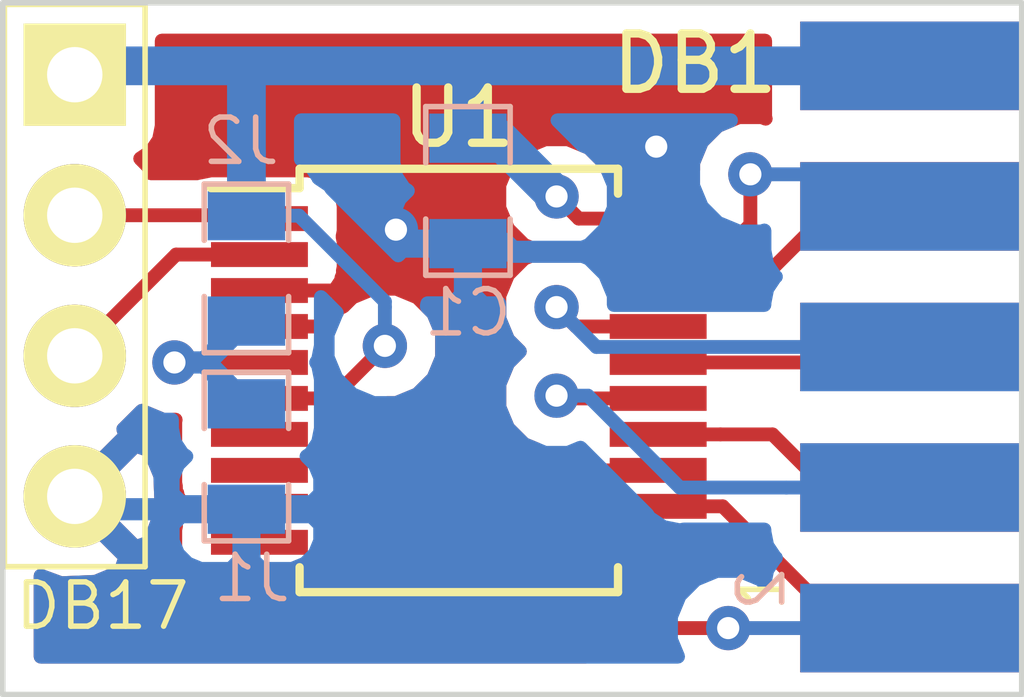
<source format=kicad_pcb>
(kicad_pcb (version 20171130) (host pcbnew 5.0.2-bee76a0~70~ubuntu16.04.1)

  (general
    (thickness 1.6)
    (drawings 4)
    (tracks 92)
    (zones 0)
    (modules 6)
    (nets 18)
  )

  (page USLetter)
  (title_block
    (title "Hermes-Lite Small IO Expansion")
    (date 2019-11-25)
    (rev 1.0)
    (company SofterHardware)
    (comment 1 "Steve Haynal KF7O")
  )

  (layers
    (0 F.Cu signal)
    (31 B.Cu signal)
    (32 B.Adhes user)
    (33 F.Adhes user)
    (34 B.Paste user)
    (35 F.Paste user)
    (36 B.SilkS user)
    (37 F.SilkS user)
    (38 B.Mask user)
    (39 F.Mask user)
    (40 Dwgs.User user hide)
    (41 Cmts.User user)
    (42 Eco1.User user)
    (43 Eco2.User user)
    (44 Edge.Cuts user)
    (45 Margin user)
    (46 B.CrtYd user)
    (47 F.CrtYd user hide)
    (48 B.Fab user)
    (49 F.Fab user hide)
  )

  (setup
    (last_trace_width 0.25)
    (user_trace_width 0.4)
    (user_trace_width 0.7)
    (trace_clearance 0.2)
    (zone_clearance 0.508)
    (zone_45_only no)
    (trace_min 0.2)
    (segment_width 0.2)
    (edge_width 0.1)
    (via_size 0.8)
    (via_drill 0.4)
    (via_min_size 0.4)
    (via_min_drill 0.3)
    (uvia_size 0.3)
    (uvia_drill 0.1)
    (uvias_allowed no)
    (uvia_min_size 0.2)
    (uvia_min_drill 0.1)
    (pcb_text_width 0.3)
    (pcb_text_size 1.5 1.5)
    (mod_edge_width 0.15)
    (mod_text_size 1 1)
    (mod_text_width 0.15)
    (pad_size 1.5 1.5)
    (pad_drill 0.6)
    (pad_to_mask_clearance 0)
    (solder_mask_min_width 0.25)
    (aux_axis_origin 144.83 62.33)
    (visible_elements FFFFFF7F)
    (pcbplotparams
      (layerselection 0x010fc_ffffffff)
      (usegerberextensions false)
      (usegerberattributes false)
      (usegerberadvancedattributes false)
      (creategerberjobfile false)
      (excludeedgelayer true)
      (linewidth 0.100000)
      (plotframeref false)
      (viasonmask false)
      (mode 1)
      (useauxorigin true)
      (hpglpennumber 1)
      (hpglpenspeed 20)
      (hpglpendiameter 15.000000)
      (psnegative false)
      (psa4output false)
      (plotreference true)
      (plotvalue true)
      (plotinvisibletext false)
      (padsonsilk false)
      (subtractmaskfromsilk false)
      (outputformat 1)
      (mirror false)
      (drillshape 0)
      (scaleselection 1)
      (outputdirectory "gerber"))
  )

  (net 0 "")
  (net 1 VCC)
  (net 2 GNDS)
  (net 3 "Net-(J1-Pad1)")
  (net 4 "Net-(DB1-Pad1)")
  (net 5 "Net-(DB1-Pad3)")
  (net 6 "Net-(DB1-Pad5)")
  (net 7 "Net-(DB1-Pad7)")
  (net 8 "Net-(DB1-Pad2)")
  (net 9 "Net-(DB1-Pad4)")
  (net 10 "Net-(DB1-Pad6)")
  (net 11 "Net-(DB1-Pad8)")
  (net 12 "Net-(DB17-Pad2)")
  (net 13 "Net-(DB17-Pad3)")
  (net 14 "Net-(U1-Pad7)")
  (net 15 "Net-(U1-Pad8)")
  (net 16 "Net-(U1-Pad10)")
  (net 17 "Net-(U1-Pad11)")

  (net_class Default "This is the default net class."
    (clearance 0.2)
    (trace_width 0.25)
    (via_dia 0.8)
    (via_drill 0.4)
    (uvia_dia 0.3)
    (uvia_drill 0.1)
    (add_net GNDS)
    (add_net "Net-(DB1-Pad1)")
    (add_net "Net-(DB1-Pad2)")
    (add_net "Net-(DB1-Pad3)")
    (add_net "Net-(DB1-Pad4)")
    (add_net "Net-(DB1-Pad5)")
    (add_net "Net-(DB1-Pad6)")
    (add_net "Net-(DB1-Pad7)")
    (add_net "Net-(DB1-Pad8)")
    (add_net "Net-(DB17-Pad2)")
    (add_net "Net-(DB17-Pad3)")
    (add_net "Net-(J1-Pad1)")
    (add_net "Net-(U1-Pad10)")
    (add_net "Net-(U1-Pad11)")
    (add_net "Net-(U1-Pad7)")
    (add_net "Net-(U1-Pad8)")
    (add_net VCC)
  )

  (module HERMESLITE:SMD-0805 (layer B.Cu) (tedit 5796CB05) (tstamp 5DF5A775)
    (at 153.2 65.7 90)
    (path /5DE0543E)
    (attr smd)
    (fp_text reference C1 (at -2.2 0 180) (layer B.SilkS)
      (effects (font (size 0.8 0.8) (thickness 0.1)) (justify mirror))
    )
    (fp_text value 0.1uF (at 0 -0.381 90) (layer B.SilkS) hide
      (effects (font (size 0.8 0.8) (thickness 0.1)) (justify mirror))
    )
    (fp_line (start -0.508 -0.762) (end -1.524 -0.762) (layer B.SilkS) (width 0.1))
    (fp_line (start -1.524 -0.762) (end -1.524 0.762) (layer B.SilkS) (width 0.1))
    (fp_line (start -1.524 0.762) (end -0.508 0.762) (layer B.SilkS) (width 0.1))
    (fp_line (start 0.508 0.762) (end 1.524 0.762) (layer B.SilkS) (width 0.1))
    (fp_line (start 1.524 0.762) (end 1.524 -0.762) (layer B.SilkS) (width 0.1))
    (fp_line (start 1.524 -0.762) (end 0.508 -0.762) (layer B.SilkS) (width 0.1))
    (pad 1 smd rect (at -0.9525 0 90) (size 0.889 1.397) (layers B.Cu B.Paste B.Mask)
      (net 2 GNDS))
    (pad 2 smd rect (at 0.9525 0 90) (size 0.889 1.397) (layers B.Cu B.Paste B.Mask)
      (net 1 VCC))
    (model smd/chip_cms.wrl
      (at (xyz 0 0 0))
      (scale (xyz 0.1 0.1 0.1))
      (rotate (xyz 0 0 0))
    )
  )

  (module HERMESLITE:edge10_alt (layer F.Cu) (tedit 5DDE0D74) (tstamp 5DF5A976)
    (at 161.2 73.6 270)
    (path /5DE0723D)
    (fp_text reference DB1 (at -10.2 3.9) (layer F.SilkS)
      (effects (font (size 1 1) (thickness 0.15)))
    )
    (fp_text value IO10 (at -5.08 5.08 270) (layer F.Fab)
      (effects (font (size 1 1) (thickness 0.15)))
    )
    (fp_text user 1 (at -0.7 2.7 270) (layer F.SilkS)
      (effects (font (size 0.8 0.8) (thickness 0.1)))
    )
    (fp_text user 2 (at -0.7 2.7 270) (layer B.SilkS)
      (effects (font (size 0.8 0.8) (thickness 0.1)) (justify mirror))
    )
    (pad 1 smd rect (at 0 0 270) (size 1.6 4) (layers F.Cu F.Paste F.Mask)
      (net 4 "Net-(DB1-Pad1)"))
    (pad 3 smd rect (at -2.54 0 270) (size 1.6 4) (layers F.Cu F.Paste F.Mask)
      (net 5 "Net-(DB1-Pad3)"))
    (pad 5 smd rect (at -5.08 0 270) (size 1.6 4) (layers F.Cu F.Paste F.Mask)
      (net 6 "Net-(DB1-Pad5)"))
    (pad 7 smd rect (at -7.62 0 270) (size 1.6 4) (layers F.Cu F.Paste F.Mask)
      (net 7 "Net-(DB1-Pad7)"))
    (pad 9 smd rect (at -10.16 0 270) (size 1.6 4) (layers F.Cu F.Paste F.Mask)
      (net 2 GNDS))
    (pad 2 smd rect (at 0 0 270) (size 1.6 4) (layers B.Cu B.Paste B.Mask)
      (net 8 "Net-(DB1-Pad2)"))
    (pad 4 smd rect (at -2.54 0 270) (size 1.6 4) (layers B.Cu B.Paste B.Mask)
      (net 9 "Net-(DB1-Pad4)"))
    (pad 6 smd rect (at -5.08 0 270) (size 1.6 4) (layers B.Cu B.Paste B.Mask)
      (net 10 "Net-(DB1-Pad6)"))
    (pad 8 smd rect (at -7.62 0 270) (size 1.6 4) (layers B.Cu B.Paste B.Mask)
      (net 11 "Net-(DB1-Pad8)"))
    (pad 10 smd rect (at -10.16 0 270) (size 1.6 4) (layers B.Cu B.Paste B.Mask)
      (net 1 VCC))
  )

  (module HERMESLITE:4x1 (layer F.Cu) (tedit 5DDE13A9) (tstamp 5DF5A791)
    (at 146.1 63.6 270)
    (path /5DE04B4F)
    (fp_text reference DB17 (at 9.6 -0.5) (layer F.SilkS)
      (effects (font (size 0.8 0.8) (thickness 0.1)))
    )
    (fp_text value RFD4d (at 0 2.54 270) (layer F.Fab)
      (effects (font (size 0.8 0.8) (thickness 0.1)))
    )
    (fp_line (start -1.27 -1.27) (end -1.27 1.27) (layer F.SilkS) (width 0.1))
    (fp_line (start -1.27 1.27) (end 8.89 1.27) (layer F.SilkS) (width 0.1))
    (fp_line (start 8.89 1.27) (end 8.89 -1.27) (layer F.SilkS) (width 0.1))
    (fp_line (start 8.89 -1.27) (end -1.27 -1.27) (layer F.SilkS) (width 0.1))
    (pad 1 thru_hole rect (at 0 0 270) (size 1.85 1.85) (drill 1) (layers *.Cu *.Mask F.SilkS)
      (net 1 VCC))
    (pad 2 thru_hole circle (at 2.54 0 270) (size 1.85 1.85) (drill 1) (layers *.Cu *.Mask F.SilkS)
      (net 12 "Net-(DB17-Pad2)"))
    (pad 3 thru_hole circle (at 5.08 0 270) (size 1.85 1.85) (drill 1) (layers *.Cu *.Mask F.SilkS)
      (net 13 "Net-(DB17-Pad3)"))
    (pad 4 thru_hole circle (at 7.62 0 270) (size 1.85 1.85) (drill 1) (layers *.Cu *.Mask F.SilkS)
      (net 2 GNDS))
  )

  (module HERMESLITE:SMD-0805 (layer B.Cu) (tedit 5796CB05) (tstamp 5DF5A79D)
    (at 149.2 70.5 270)
    (path /5DE05BCE)
    (attr smd)
    (fp_text reference J1 (at 2.2 -0.1) (layer B.SilkS)
      (effects (font (size 0.8 0.8) (thickness 0.1)) (justify mirror))
    )
    (fp_text value 0 (at 0 -0.381 270) (layer B.SilkS) hide
      (effects (font (size 0.8 0.8) (thickness 0.1)) (justify mirror))
    )
    (fp_line (start 1.524 -0.762) (end 0.508 -0.762) (layer B.SilkS) (width 0.1))
    (fp_line (start 1.524 0.762) (end 1.524 -0.762) (layer B.SilkS) (width 0.1))
    (fp_line (start 0.508 0.762) (end 1.524 0.762) (layer B.SilkS) (width 0.1))
    (fp_line (start -1.524 0.762) (end -0.508 0.762) (layer B.SilkS) (width 0.1))
    (fp_line (start -1.524 -0.762) (end -1.524 0.762) (layer B.SilkS) (width 0.1))
    (fp_line (start -0.508 -0.762) (end -1.524 -0.762) (layer B.SilkS) (width 0.1))
    (pad 2 smd rect (at 0.9525 0 270) (size 0.889 1.397) (layers B.Cu B.Paste B.Mask)
      (net 2 GNDS))
    (pad 1 smd rect (at -0.9525 0 270) (size 0.889 1.397) (layers B.Cu B.Paste B.Mask)
      (net 3 "Net-(J1-Pad1)"))
    (model smd/chip_cms.wrl
      (at (xyz 0 0 0))
      (scale (xyz 0.1 0.1 0.1))
      (rotate (xyz 0 0 0))
    )
  )

  (module HERMESLITE:SMD-0805 (layer B.Cu) (tedit 5796CB05) (tstamp 5DF5A7A9)
    (at 149.2 67.1 270)
    (path /5DE05E8E)
    (attr smd)
    (fp_text reference J2 (at -2.3 0.1) (layer B.SilkS)
      (effects (font (size 0.8 0.8) (thickness 0.1)) (justify mirror))
    )
    (fp_text value 0 (at 0 -0.381 270) (layer B.SilkS) hide
      (effects (font (size 0.8 0.8) (thickness 0.1)) (justify mirror))
    )
    (fp_line (start -0.508 -0.762) (end -1.524 -0.762) (layer B.SilkS) (width 0.1))
    (fp_line (start -1.524 -0.762) (end -1.524 0.762) (layer B.SilkS) (width 0.1))
    (fp_line (start -1.524 0.762) (end -0.508 0.762) (layer B.SilkS) (width 0.1))
    (fp_line (start 0.508 0.762) (end 1.524 0.762) (layer B.SilkS) (width 0.1))
    (fp_line (start 1.524 0.762) (end 1.524 -0.762) (layer B.SilkS) (width 0.1))
    (fp_line (start 1.524 -0.762) (end 0.508 -0.762) (layer B.SilkS) (width 0.1))
    (pad 1 smd rect (at -0.9525 0 270) (size 0.889 1.397) (layers B.Cu B.Paste B.Mask)
      (net 1 VCC))
    (pad 2 smd rect (at 0.9525 0 270) (size 0.889 1.397) (layers B.Cu B.Paste B.Mask)
      (net 3 "Net-(J1-Pad1)"))
    (model smd/chip_cms.wrl
      (at (xyz 0 0 0))
      (scale (xyz 0.1 0.1 0.1))
      (rotate (xyz 0 0 0))
    )
  )

  (module Package_SO:SSOP-20_5.3x7.2mm_P0.65mm (layer F.Cu) (tedit 5A02F25C) (tstamp 5DF5A7D2)
    (at 153.035001 69.125001)
    (descr "20-Lead Plastic Shrink Small Outline (SS)-5.30 mm Body [SSOP] (see Microchip Packaging Specification 00000049BS.pdf)")
    (tags "SSOP 0.65")
    (path /5DDE18B9)
    (attr smd)
    (fp_text reference U1 (at 0 -4.75) (layer F.SilkS)
      (effects (font (size 1 1) (thickness 0.15)))
    )
    (fp_text value MCP23008-E_SS (at 0 4.75) (layer F.Fab)
      (effects (font (size 1 1) (thickness 0.15)))
    )
    (fp_line (start -1.65 -3.6) (end 2.65 -3.6) (layer F.Fab) (width 0.15))
    (fp_line (start 2.65 -3.6) (end 2.65 3.6) (layer F.Fab) (width 0.15))
    (fp_line (start 2.65 3.6) (end -2.65 3.6) (layer F.Fab) (width 0.15))
    (fp_line (start -2.65 3.6) (end -2.65 -2.6) (layer F.Fab) (width 0.15))
    (fp_line (start -2.65 -2.6) (end -1.65 -3.6) (layer F.Fab) (width 0.15))
    (fp_line (start -4.75 -4) (end -4.75 4) (layer F.CrtYd) (width 0.05))
    (fp_line (start 4.75 -4) (end 4.75 4) (layer F.CrtYd) (width 0.05))
    (fp_line (start -4.75 -4) (end 4.75 -4) (layer F.CrtYd) (width 0.05))
    (fp_line (start -4.75 4) (end 4.75 4) (layer F.CrtYd) (width 0.05))
    (fp_line (start -2.875 -3.825) (end -2.875 -3.475) (layer F.SilkS) (width 0.15))
    (fp_line (start 2.875 -3.825) (end 2.875 -3.375) (layer F.SilkS) (width 0.15))
    (fp_line (start 2.875 3.825) (end 2.875 3.375) (layer F.SilkS) (width 0.15))
    (fp_line (start -2.875 3.825) (end -2.875 3.375) (layer F.SilkS) (width 0.15))
    (fp_line (start -2.875 -3.825) (end 2.875 -3.825) (layer F.SilkS) (width 0.15))
    (fp_line (start -2.875 3.825) (end 2.875 3.825) (layer F.SilkS) (width 0.15))
    (fp_line (start -2.875 -3.475) (end -4.475 -3.475) (layer F.SilkS) (width 0.15))
    (fp_text user %R (at 0 0) (layer F.Fab)
      (effects (font (size 0.8 0.8) (thickness 0.15)))
    )
    (pad 1 smd rect (at -3.6 -2.925) (size 1.75 0.45) (layers F.Cu F.Paste F.Mask)
      (net 12 "Net-(DB17-Pad2)"))
    (pad 2 smd rect (at -3.6 -2.275) (size 1.75 0.45) (layers F.Cu F.Paste F.Mask)
      (net 13 "Net-(DB17-Pad3)"))
    (pad 3 smd rect (at -3.6 -1.625) (size 1.75 0.45) (layers F.Cu F.Paste F.Mask)
      (net 2 GNDS))
    (pad 4 smd rect (at -3.6 -0.975) (size 1.75 0.45) (layers F.Cu F.Paste F.Mask)
      (net 2 GNDS))
    (pad 5 smd rect (at -3.6 -0.325) (size 1.75 0.45) (layers F.Cu F.Paste F.Mask)
      (net 3 "Net-(J1-Pad1)"))
    (pad 6 smd rect (at -3.6 0.325) (size 1.75 0.45) (layers F.Cu F.Paste F.Mask)
      (net 1 VCC))
    (pad 7 smd rect (at -3.6 0.975) (size 1.75 0.45) (layers F.Cu F.Paste F.Mask)
      (net 14 "Net-(U1-Pad7)"))
    (pad 8 smd rect (at -3.6 1.625) (size 1.75 0.45) (layers F.Cu F.Paste F.Mask)
      (net 15 "Net-(U1-Pad8)"))
    (pad 9 smd rect (at -3.6 2.275) (size 1.75 0.45) (layers F.Cu F.Paste F.Mask)
      (net 2 GNDS))
    (pad 10 smd rect (at -3.6 2.925) (size 1.75 0.45) (layers F.Cu F.Paste F.Mask)
      (net 16 "Net-(U1-Pad10)"))
    (pad 11 smd rect (at 3.6 2.925) (size 1.75 0.45) (layers F.Cu F.Paste F.Mask)
      (net 17 "Net-(U1-Pad11)"))
    (pad 12 smd rect (at 3.6 2.275) (size 1.75 0.45) (layers F.Cu F.Paste F.Mask)
      (net 4 "Net-(DB1-Pad1)"))
    (pad 13 smd rect (at 3.6 1.625) (size 1.75 0.45) (layers F.Cu F.Paste F.Mask)
      (net 8 "Net-(DB1-Pad2)"))
    (pad 14 smd rect (at 3.6 0.975) (size 1.75 0.45) (layers F.Cu F.Paste F.Mask)
      (net 5 "Net-(DB1-Pad3)"))
    (pad 15 smd rect (at 3.6 0.325) (size 1.75 0.45) (layers F.Cu F.Paste F.Mask)
      (net 9 "Net-(DB1-Pad4)"))
    (pad 16 smd rect (at 3.6 -0.325) (size 1.75 0.45) (layers F.Cu F.Paste F.Mask)
      (net 6 "Net-(DB1-Pad5)"))
    (pad 17 smd rect (at 3.6 -0.975) (size 1.75 0.45) (layers F.Cu F.Paste F.Mask)
      (net 10 "Net-(DB1-Pad6)"))
    (pad 18 smd rect (at 3.6 -1.625) (size 1.75 0.45) (layers F.Cu F.Paste F.Mask)
      (net 7 "Net-(DB1-Pad7)"))
    (pad 19 smd rect (at 3.6 -2.275) (size 1.75 0.45) (layers F.Cu F.Paste F.Mask)
      (net 11 "Net-(DB1-Pad8)"))
    (pad 20 smd rect (at 3.6 -2.925) (size 1.75 0.45) (layers F.Cu F.Paste F.Mask)
      (net 1 VCC))
    (model ${KISYS3DMOD}/Package_SO.3dshapes/SSOP-20_5.3x7.2mm_P0.65mm.wrl
      (at (xyz 0 0 0))
      (scale (xyz 1 1 1))
      (rotate (xyz 0 0 0))
    )
  )

  (gr_line (start 163.2 62.3) (end 144.8 62.3) (layer Edge.Cuts) (width 0.1))
  (gr_line (start 163.2 74.8) (end 163.2 62.3) (layer Edge.Cuts) (width 0.1))
  (gr_line (start 144.8 74.8) (end 163.2 74.8) (layer Edge.Cuts) (width 0.1))
  (gr_line (start 144.8 62.3) (end 144.8 74.8) (layer Edge.Cuts) (width 0.1))

  (via (at 151.7 68.5) (size 0.8) (drill 0.4) (layers F.Cu B.Cu) (net 1))
  (segment (start 150.749999 69.450001) (end 151.7 68.5) (width 0.25) (layer F.Cu) (net 1))
  (segment (start 149.435001 69.450001) (end 150.749999 69.450001) (width 0.25) (layer F.Cu) (net 1))
  (segment (start 151.8 68.6) (end 151.7 68.5) (width 0.4) (layer B.Cu) (net 1))
  (segment (start 146.26 63.44) (end 146.1 63.6) (width 0.7) (layer B.Cu) (net 1))
  (segment (start 161.2 63.44) (end 146.26 63.44) (width 0.7) (layer B.Cu) (net 1))
  (segment (start 149.2 66.1475) (end 149.2 65.003) (width 0.7) (layer B.Cu) (net 1))
  (segment (start 149.2 65.003) (end 149.2 63.5) (width 0.7) (layer B.Cu) (net 1))
  (via (at 154.8 65.8) (size 0.8) (drill 0.4) (layers F.Cu B.Cu) (net 1))
  (segment (start 155.200001 66.200001) (end 154.8 65.8) (width 0.25) (layer F.Cu) (net 1))
  (segment (start 156.635001 66.200001) (end 155.200001 66.200001) (width 0.25) (layer F.Cu) (net 1))
  (segment (start 153.2 64.7475) (end 153.2 63.603) (width 0.7) (layer B.Cu) (net 1))
  (segment (start 153.2 63.603) (end 153.2 63.5) (width 0.7) (layer B.Cu) (net 1))
  (segment (start 153.7475 64.7475) (end 153.2 64.7475) (width 0.7) (layer B.Cu) (net 1))
  (segment (start 154.8 65.8) (end 153.7475 64.7475) (width 0.7) (layer B.Cu) (net 1))
  (segment (start 150.1485 66.1475) (end 151.7 67.699) (width 0.25) (layer B.Cu) (net 1))
  (segment (start 149.2 66.1475) (end 150.1485 66.1475) (width 0.25) (layer B.Cu) (net 1))
  (segment (start 151.7 67.699) (end 151.7 67.8) (width 0.25) (layer B.Cu) (net 1))
  (segment (start 151.7 67.8) (end 151.7 68.5) (width 0.25) (layer B.Cu) (net 1))
  (segment (start 146.280001 71.400001) (end 146.1 71.22) (width 0.25) (layer F.Cu) (net 2))
  (segment (start 149.435001 71.400001) (end 146.280001 71.400001) (width 0.25) (layer F.Cu) (net 2))
  (segment (start 146.3325 71.4525) (end 146.1 71.22) (width 0.4) (layer B.Cu) (net 2))
  (segment (start 149.2 71.4525) (end 146.3325 71.4525) (width 0.4) (layer B.Cu) (net 2))
  (segment (start 149.3 71.3525) (end 149.2 71.4525) (width 0.4) (layer B.Cu) (net 2))
  (segment (start 149.435001 67.500001) (end 150.999999 67.500001) (width 0.25) (layer F.Cu) (net 2))
  (via (at 151.9 66.4) (size 0.8) (drill 0.4) (layers F.Cu B.Cu) (net 2))
  (segment (start 150.560001 68.150001) (end 151 67.710002) (width 0.25) (layer F.Cu) (net 2))
  (segment (start 149.435001 68.150001) (end 150.560001 68.150001) (width 0.25) (layer F.Cu) (net 2))
  (segment (start 151 67.710002) (end 151 67.5) (width 0.25) (layer F.Cu) (net 2))
  (segment (start 153.2 66.6525) (end 153.8525 66.6525) (width 0.4) (layer B.Cu) (net 2))
  (segment (start 153.8525 66.6525) (end 154 66.8) (width 0.4) (layer B.Cu) (net 2))
  (segment (start 154 66.8) (end 155.9 66.8) (width 0.4) (layer B.Cu) (net 2))
  (segment (start 155.9 66.8) (end 156.5 66.2) (width 0.4) (layer B.Cu) (net 2))
  (via (at 156.6 64.9) (size 0.8) (drill 0.4) (layers F.Cu B.Cu) (net 2))
  (segment (start 156.6 66.1) (end 156.6 64.9) (width 0.4) (layer B.Cu) (net 2))
  (segment (start 156.5 66.2) (end 156.6 66.1) (width 0.4) (layer B.Cu) (net 2))
  (segment (start 158.06 63.44) (end 161.2 63.44) (width 0.4) (layer F.Cu) (net 2))
  (segment (start 156.6 64.9) (end 158.06 63.44) (width 0.4) (layer F.Cu) (net 2))
  (segment (start 150.999999 67.500001) (end 151.9 66.6) (width 0.25) (layer F.Cu) (net 2))
  (segment (start 151.9 66.6) (end 151.9 66.4) (width 0.25) (layer F.Cu) (net 2))
  (segment (start 153.2 66.6525) (end 152.1525 66.6525) (width 0.4) (layer B.Cu) (net 2))
  (segment (start 152.1525 66.6525) (end 151.9 66.4) (width 0.4) (layer B.Cu) (net 2))
  (via (at 147.9 68.8) (size 0.8) (drill 0.4) (layers F.Cu B.Cu) (net 3))
  (segment (start 147.900001 68.800001) (end 147.9 68.8) (width 0.25) (layer F.Cu) (net 3))
  (segment (start 149.435001 68.800001) (end 147.900001 68.800001) (width 0.25) (layer F.Cu) (net 3))
  (segment (start 148.4525 68.8) (end 149.2 68.0525) (width 0.4) (layer B.Cu) (net 3))
  (segment (start 148.4525 68.8) (end 149.2 69.5475) (width 0.4) (layer B.Cu) (net 3))
  (segment (start 147.9 68.8) (end 148.4525 68.8) (width 0.4) (layer B.Cu) (net 3))
  (segment (start 157.800001 71.400001) (end 160 73.6) (width 0.25) (layer F.Cu) (net 4))
  (segment (start 156.635001 71.400001) (end 157.800001 71.400001) (width 0.25) (layer F.Cu) (net 4))
  (segment (start 160 73.6) (end 161.3 73.6) (width 0.25) (layer F.Cu) (net 4))
  (segment (start 156.635001 70.100001) (end 157.760002 70.1) (width 0.25) (layer F.Cu) (net 5))
  (segment (start 157.760002 70.1) (end 158.7 70.1) (width 0.25) (layer F.Cu) (net 5))
  (segment (start 158.7 70.1) (end 159.6 71) (width 0.25) (layer F.Cu) (net 5))
  (segment (start 159.6 71) (end 161.2 71) (width 0.25) (layer F.Cu) (net 5))
  (segment (start 156.635001 68.800001) (end 160.899999 68.800001) (width 0.25) (layer F.Cu) (net 6))
  (segment (start 160.899999 68.800001) (end 161.2 68.5) (width 0.25) (layer F.Cu) (net 6))
  (segment (start 156.635001 67.500001) (end 157.760002 67.5) (width 0.25) (layer F.Cu) (net 7))
  (segment (start 157.760002 67.5) (end 158.3 67.5) (width 0.25) (layer F.Cu) (net 7))
  (segment (start 158.3 67.5) (end 159.8 66) (width 0.25) (layer F.Cu) (net 7))
  (segment (start 159.8 66) (end 161.2 66) (width 0.25) (layer F.Cu) (net 7))
  (segment (start 156.635001 70.750001) (end 155.149999 70.750001) (width 0.25) (layer F.Cu) (net 8))
  (segment (start 155.149999 70.750001) (end 154.9 71) (width 0.25) (layer F.Cu) (net 8))
  (segment (start 154.9 71) (end 154.9 72.5) (width 0.25) (layer F.Cu) (net 8))
  (segment (start 154.9 72.5) (end 154.9 72.6) (width 0.25) (layer F.Cu) (net 8))
  (segment (start 154.9 72.6) (end 155.9 73.6) (width 0.25) (layer F.Cu) (net 8))
  (via (at 157.9 73.6) (size 0.8) (drill 0.4) (layers F.Cu B.Cu) (net 8))
  (segment (start 155.9 73.6) (end 157.9 73.6) (width 0.25) (layer F.Cu) (net 8))
  (segment (start 157.9 73.6) (end 161 73.6) (width 0.25) (layer B.Cu) (net 8))
  (segment (start 161 73.6) (end 161.1 73.5) (width 0.25) (layer B.Cu) (net 8))
  (via (at 154.8 69.4) (size 0.8) (drill 0.4) (layers F.Cu B.Cu) (net 9))
  (segment (start 154.850001 69.450001) (end 154.8 69.4) (width 0.25) (layer F.Cu) (net 9))
  (segment (start 156.635001 69.450001) (end 154.850001 69.450001) (width 0.25) (layer F.Cu) (net 9))
  (segment (start 158.95 71.06) (end 161.2 71.06) (width 0.25) (layer B.Cu) (net 9))
  (segment (start 157.025685 71.06) (end 158.95 71.06) (width 0.25) (layer B.Cu) (net 9))
  (segment (start 155.365685 69.4) (end 157.025685 71.06) (width 0.25) (layer B.Cu) (net 9))
  (segment (start 154.8 69.4) (end 155.365685 69.4) (width 0.25) (layer B.Cu) (net 9))
  (segment (start 155.150001 68.150001) (end 154.8 67.8) (width 0.25) (layer F.Cu) (net 10))
  (via (at 154.8 67.8) (size 0.8) (drill 0.4) (layers F.Cu B.Cu) (net 10))
  (segment (start 156.635001 68.150001) (end 155.150001 68.150001) (width 0.25) (layer F.Cu) (net 10))
  (segment (start 155.52 68.52) (end 161.2 68.52) (width 0.25) (layer B.Cu) (net 10))
  (segment (start 154.8 67.8) (end 155.52 68.52) (width 0.25) (layer B.Cu) (net 10))
  (via (at 158.3 65.4) (size 0.8) (drill 0.4) (layers F.Cu B.Cu) (net 11))
  (segment (start 158.3 66.310002) (end 158.3 65.4) (width 0.25) (layer F.Cu) (net 11))
  (segment (start 157.760001 66.850001) (end 158.3 66.310002) (width 0.25) (layer F.Cu) (net 11))
  (segment (start 156.635001 66.850001) (end 157.760001 66.850001) (width 0.25) (layer F.Cu) (net 11))
  (segment (start 160.62 65.4) (end 161.2 65.98) (width 0.25) (layer B.Cu) (net 11))
  (segment (start 158.3 65.4) (end 160.62 65.4) (width 0.25) (layer B.Cu) (net 11))
  (segment (start 149.375 66.14) (end 149.435001 66.200001) (width 0.25) (layer F.Cu) (net 12))
  (segment (start 146.1 66.14) (end 149.375 66.14) (width 0.25) (layer F.Cu) (net 12))
  (segment (start 147.929999 66.850001) (end 146.1 68.68) (width 0.25) (layer F.Cu) (net 13))
  (segment (start 149.435001 66.850001) (end 147.929999 66.850001) (width 0.25) (layer F.Cu) (net 13))

  (zone (net 2) (net_name GNDS) (layer B.Cu) (tstamp 0) (hatch edge 0.508)
    (connect_pads (clearance 0.508))
    (min_thickness 0.254)
    (fill yes (arc_segments 16) (thermal_gap 0.508) (thermal_bridge_width 0.508))
    (polygon
      (pts
        (xy 144.8 62.3) (xy 144.8 74.8) (xy 163.2 74.8) (xy 163.2 62.3)
      )
    )
    (filled_polygon
      (pts
        (xy 151.85406 65.192) (xy 151.903343 65.439765) (xy 152.043691 65.649809) (xy 152.114411 65.697063) (xy 151.963173 65.848302)
        (xy 151.8665 66.081691) (xy 151.8665 66.36675) (xy 152.02525 66.5255) (xy 153.073 66.5255) (xy 153.073 66.5055)
        (xy 153.327 66.5055) (xy 153.327 66.5255) (xy 153.347 66.5255) (xy 153.347 66.7795) (xy 153.327 66.7795)
        (xy 153.327 67.57325) (xy 153.48575 67.732) (xy 153.765 67.732) (xy 153.765 68.005874) (xy 153.922569 68.38628)
        (xy 154.136289 68.6) (xy 153.922569 68.81372) (xy 153.765 69.194126) (xy 153.765 69.605874) (xy 153.922569 69.98628)
        (xy 154.21372 70.277431) (xy 154.594126 70.435) (xy 155.005874 70.435) (xy 155.232155 70.341271) (xy 156.435356 71.544473)
        (xy 156.477756 71.607929) (xy 156.729148 71.775904) (xy 156.950833 71.82) (xy 156.950837 71.82) (xy 157.025685 71.834888)
        (xy 157.100533 71.82) (xy 158.55256 71.82) (xy 158.55256 71.86) (xy 158.601843 72.107765) (xy 158.742191 72.317809)
        (xy 158.760436 72.33) (xy 158.742191 72.342191) (xy 158.601843 72.552235) (xy 158.55441 72.790699) (xy 158.48628 72.722569)
        (xy 158.105874 72.565) (xy 157.694126 72.565) (xy 157.31372 72.722569) (xy 157.022569 73.01372) (xy 156.865 73.394126)
        (xy 156.865 73.805874) (xy 156.993044 74.115) (xy 145.485 74.115) (xy 145.485 72.656009) (xy 145.853368 72.791325)
        (xy 146.473461 72.766097) (xy 146.929179 72.577332) (xy 147.018651 72.318256) (xy 146.1 71.399605) (xy 146.085858 71.413748)
        (xy 145.906253 71.234143) (xy 145.920395 71.22) (xy 146.279605 71.22) (xy 147.198256 72.138651) (xy 147.457332 72.049179)
        (xy 147.571548 71.73825) (xy 147.8665 71.73825) (xy 147.8665 72.023309) (xy 147.963173 72.256698) (xy 148.141801 72.435327)
        (xy 148.37519 72.532) (xy 148.91425 72.532) (xy 149.073 72.37325) (xy 149.073 71.5795) (xy 149.327 71.5795)
        (xy 149.327 72.37325) (xy 149.48575 72.532) (xy 150.02481 72.532) (xy 150.258199 72.435327) (xy 150.436827 72.256698)
        (xy 150.5335 72.023309) (xy 150.5335 71.73825) (xy 150.37475 71.5795) (xy 149.327 71.5795) (xy 149.073 71.5795)
        (xy 148.02525 71.5795) (xy 147.8665 71.73825) (xy 147.571548 71.73825) (xy 147.671325 71.466632) (xy 147.646097 70.846539)
        (xy 147.457332 70.390821) (xy 147.198256 70.301349) (xy 146.279605 71.22) (xy 145.920395 71.22) (xy 145.906253 71.205858)
        (xy 146.085858 71.026253) (xy 146.1 71.040395) (xy 147.018651 70.121744) (xy 146.978247 70.00475) (xy 146.983669 70.002504)
        (xy 147.311231 69.674942) (xy 147.31372 69.677431) (xy 147.694126 69.835) (xy 147.85406 69.835) (xy 147.85406 69.992)
        (xy 147.903343 70.239765) (xy 148.043691 70.449809) (xy 148.114411 70.497063) (xy 147.963173 70.648302) (xy 147.8665 70.881691)
        (xy 147.8665 71.16675) (xy 148.02525 71.3255) (xy 149.073 71.3255) (xy 149.073 71.3055) (xy 149.327 71.3055)
        (xy 149.327 71.3255) (xy 150.37475 71.3255) (xy 150.5335 71.16675) (xy 150.5335 70.881691) (xy 150.436827 70.648302)
        (xy 150.285589 70.497063) (xy 150.356309 70.449809) (xy 150.496657 70.239765) (xy 150.54594 69.992) (xy 150.54594 69.103)
        (xy 150.496657 68.855235) (xy 150.45975 68.8) (xy 150.496657 68.744765) (xy 150.54594 68.497) (xy 150.54594 67.619742)
        (xy 150.831243 67.905046) (xy 150.822569 67.91372) (xy 150.665 68.294126) (xy 150.665 68.705874) (xy 150.822569 69.08628)
        (xy 151.11372 69.377431) (xy 151.494126 69.535) (xy 151.905874 69.535) (xy 152.28628 69.377431) (xy 152.577431 69.08628)
        (xy 152.735 68.705874) (xy 152.735 68.294126) (xy 152.577431 67.91372) (xy 152.46 67.796289) (xy 152.46 67.773846)
        (xy 152.468324 67.732) (xy 152.91425 67.732) (xy 153.073 67.57325) (xy 153.073 66.7795) (xy 152.02525 66.7795)
        (xy 151.940276 66.864474) (xy 150.738831 65.66303) (xy 150.696429 65.599571) (xy 150.499147 65.467751) (xy 150.496657 65.455235)
        (xy 150.356309 65.245191) (xy 150.185 65.130725) (xy 150.185 64.425) (xy 151.85406 64.425)
      )
    )
    (filled_polygon
      (pts
        (xy 157.71372 64.522569) (xy 157.422569 64.81372) (xy 157.265 65.194126) (xy 157.265 65.605874) (xy 157.422569 65.98628)
        (xy 157.71372 66.277431) (xy 158.094126 66.435) (xy 158.505874 66.435) (xy 158.55256 66.415662) (xy 158.55256 66.78)
        (xy 158.601843 67.027765) (xy 158.742191 67.237809) (xy 158.760436 67.25) (xy 158.742191 67.262191) (xy 158.601843 67.472235)
        (xy 158.55256 67.72) (xy 158.55256 67.76) (xy 155.835 67.76) (xy 155.835 67.594126) (xy 155.677431 67.21372)
        (xy 155.38628 66.922569) (xy 155.090372 66.8) (xy 155.38628 66.677431) (xy 155.677431 66.38628) (xy 155.835 66.005874)
        (xy 155.835 65.594126) (xy 155.677431 65.21372) (xy 155.38628 64.922569) (xy 155.26557 64.872569) (xy 154.818 64.425)
        (xy 157.949273 64.425)
      )
    )
  )
  (zone (net 2) (net_name GNDS) (layer F.Cu) (tstamp 0) (hatch edge 0.508)
    (connect_pads (clearance 0.508))
    (min_thickness 0.254)
    (fill yes (arc_segments 16) (thermal_gap 0.508) (thermal_bridge_width 0.508))
    (polygon
      (pts
        (xy 144.8 62.3) (xy 144.8 74.8) (xy 163.2 74.8) (xy 163.2 62.3)
      )
    )
    (filled_polygon
      (pts
        (xy 158.565 63.15425) (xy 158.72375 63.313) (xy 161.073 63.313) (xy 161.073 63.293) (xy 161.327 63.293)
        (xy 161.327 63.313) (xy 161.347 63.313) (xy 161.347 63.567) (xy 161.327 63.567) (xy 161.327 63.587)
        (xy 161.073 63.587) (xy 161.073 63.567) (xy 158.72375 63.567) (xy 158.565 63.72575) (xy 158.565 64.366309)
        (xy 158.576591 64.394292) (xy 158.505874 64.365) (xy 158.094126 64.365) (xy 157.71372 64.522569) (xy 157.422569 64.81372)
        (xy 157.265 65.194126) (xy 157.265 65.327561) (xy 155.760001 65.327561) (xy 155.727281 65.334069) (xy 155.677431 65.21372)
        (xy 155.38628 64.922569) (xy 155.005874 64.765) (xy 154.594126 64.765) (xy 154.21372 64.922569) (xy 153.922569 65.21372)
        (xy 153.765 65.594126) (xy 153.765 66.005874) (xy 153.922569 66.38628) (xy 154.21372 66.677431) (xy 154.509628 66.8)
        (xy 154.21372 66.922569) (xy 153.922569 67.21372) (xy 153.765 67.594126) (xy 153.765 68.005874) (xy 153.922569 68.38628)
        (xy 154.136289 68.6) (xy 153.922569 68.81372) (xy 153.765 69.194126) (xy 153.765 69.605874) (xy 153.922569 69.98628)
        (xy 154.21372 70.277431) (xy 154.449928 70.375271) (xy 154.41553 70.409669) (xy 154.352071 70.452071) (xy 154.184096 70.703464)
        (xy 154.14 70.925149) (xy 154.14 70.925153) (xy 154.125112 71) (xy 154.14 71.074847) (xy 154.140001 72.425144)
        (xy 154.14 72.425149) (xy 154.14 72.525153) (xy 154.125112 72.6) (xy 154.14 72.674847) (xy 154.14 72.674852)
        (xy 154.184096 72.896537) (xy 154.352071 73.147929) (xy 154.415529 73.19033) (xy 155.309671 74.084473) (xy 155.330069 74.115)
        (xy 145.485 74.115) (xy 145.485 72.656009) (xy 145.853368 72.791325) (xy 146.473461 72.766097) (xy 146.929179 72.577332)
        (xy 147.018651 72.318256) (xy 146.1 71.399605) (xy 146.085858 71.413748) (xy 145.906253 71.234143) (xy 145.920395 71.22)
        (xy 146.279605 71.22) (xy 147.198256 72.138651) (xy 147.457332 72.049179) (xy 147.671325 71.466632) (xy 147.646097 70.846539)
        (xy 147.457332 70.390821) (xy 147.198256 70.301349) (xy 146.279605 71.22) (xy 145.920395 71.22) (xy 145.906253 71.205858)
        (xy 146.085858 71.026253) (xy 146.1 71.040395) (xy 147.018651 70.121744) (xy 146.978247 70.00475) (xy 146.983669 70.002504)
        (xy 147.311231 69.674942) (xy 147.31372 69.677431) (xy 147.694126 69.835) (xy 147.920518 69.835) (xy 147.912561 69.875001)
        (xy 147.912561 70.325001) (xy 147.932452 70.425001) (xy 147.912561 70.525001) (xy 147.912561 70.975001) (xy 147.926499 71.045074)
        (xy 147.925001 71.048691) (xy 147.925001 71.128751) (xy 147.947648 71.151398) (xy 147.961844 71.222766) (xy 148.08027 71.400001)
        (xy 147.961844 71.577236) (xy 147.947648 71.648604) (xy 147.925001 71.671251) (xy 147.925001 71.751311) (xy 147.926499 71.754928)
        (xy 147.912561 71.825001) (xy 147.912561 72.275001) (xy 147.961844 72.522766) (xy 148.102192 72.73281) (xy 148.312236 72.873158)
        (xy 148.560001 72.922441) (xy 150.310001 72.922441) (xy 150.557766 72.873158) (xy 150.76781 72.73281) (xy 150.908158 72.522766)
        (xy 150.957441 72.275001) (xy 150.957441 71.825001) (xy 150.943503 71.754928) (xy 150.945001 71.751311) (xy 150.945001 71.671251)
        (xy 150.922354 71.648604) (xy 150.908158 71.577236) (xy 150.789732 71.400001) (xy 150.908158 71.222766) (xy 150.922354 71.151398)
        (xy 150.945001 71.128751) (xy 150.945001 71.048691) (xy 150.943503 71.045074) (xy 150.957441 70.975001) (xy 150.957441 70.525001)
        (xy 150.93755 70.425001) (xy 150.957441 70.325001) (xy 150.957441 70.183627) (xy 151.046536 70.165905) (xy 151.297928 69.99793)
        (xy 151.34033 69.934472) (xy 151.739802 69.535) (xy 151.905874 69.535) (xy 152.28628 69.377431) (xy 152.577431 69.08628)
        (xy 152.735 68.705874) (xy 152.735 68.294126) (xy 152.577431 67.91372) (xy 152.28628 67.622569) (xy 151.905874 67.465)
        (xy 151.494126 67.465) (xy 151.11372 67.622569) (xy 150.945001 67.791288) (xy 150.945001 67.771251) (xy 150.925598 67.751848)
        (xy 150.848328 67.565302) (xy 150.787046 67.504021) (xy 150.908158 67.322766) (xy 150.922354 67.251398) (xy 150.945001 67.228751)
        (xy 150.945001 67.148691) (xy 150.943503 67.145074) (xy 150.957441 67.075001) (xy 150.957441 66.625001) (xy 150.93755 66.525001)
        (xy 150.957441 66.425001) (xy 150.957441 65.975001) (xy 150.908158 65.727236) (xy 150.76781 65.517192) (xy 150.557766 65.376844)
        (xy 150.310001 65.327561) (xy 148.560001 65.327561) (xy 148.312236 65.376844) (xy 148.307513 65.38) (xy 147.473729 65.38)
        (xy 147.422504 65.256331) (xy 147.282695 65.116522) (xy 147.482809 64.982809) (xy 147.623157 64.772765) (xy 147.67244 64.525)
        (xy 147.67244 62.985) (xy 158.565 62.985)
      )
    )
  )
)

</source>
